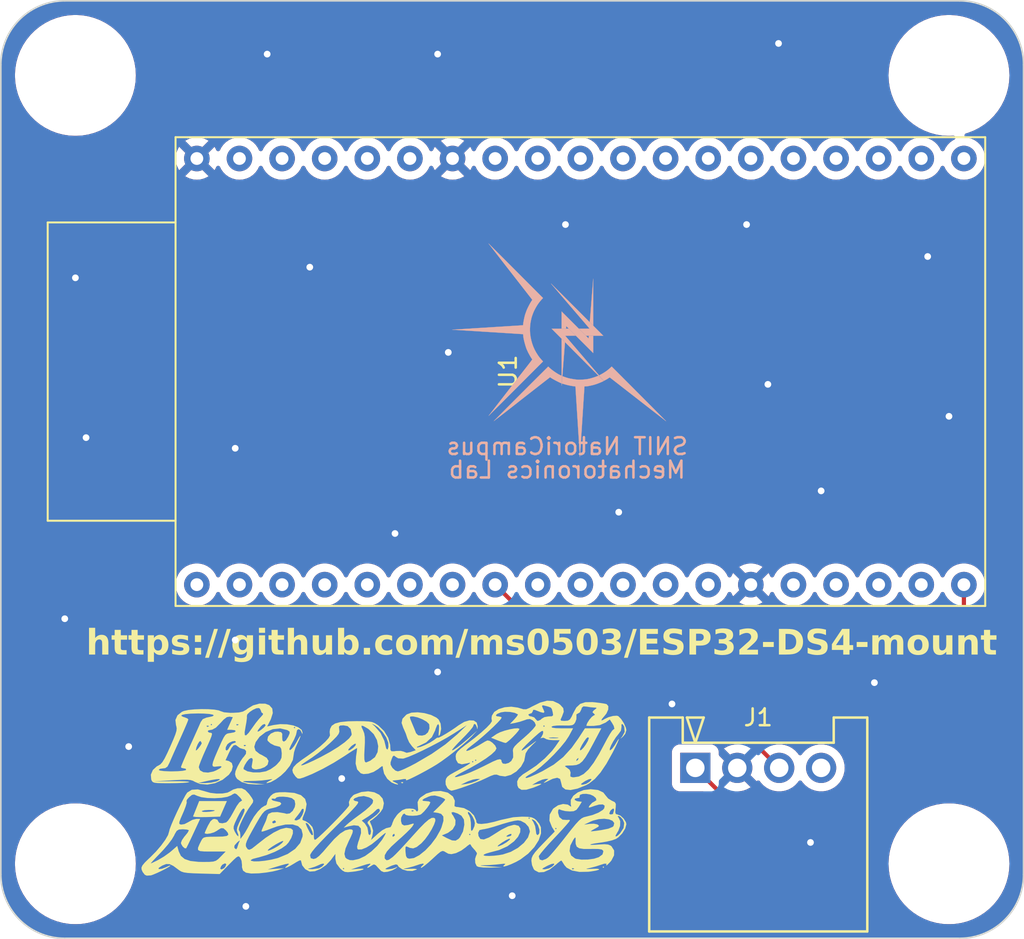
<source format=kicad_pcb>
(kicad_pcb (version 20221018) (generator pcbnew)
  (layers (0 "F.Cu" signal) (31 "B.Cu" signal) (34 "B.Paste" user) (35 "F.Paste" user) (36 "B.SilkS" user "B.Silkscreen") (37 "F.SilkS" user "F.Silkscreen") (38 "B.Mask" user) (39 "F.Mask" user) (44 "Edge.Cuts" user))
  (net 0 "")
  (net 1 "+5V")
  (net 2 "GND")
  (net 3 "Net-(J1-Pin_3)")
  (footprint "mecha_connectors:DF1B-4P-2.5DS_Angle" (layer "F.Cu") (at 160.715 122.555 180)
    (fp_text reference "J1" (at 0 3) (layer "F.SilkS"))
    (fp_text value "UART")
    (pad "1" thru_hole rect (at 3.75 0 180) (size 1.8 1.8) (drill 1.1) (layers "*.Cu" "*.Mask") (net 1 "+5V"))
    (pad "2" thru_hole circle (at 1.25 0 180) (size 1.8 1.8) (drill 1.1) (layers "*.Cu" "*.Mask") (net 2 "GND"))
    (pad "3" thru_hole circle (at -1.25 0 180) (size 1.8 1.8) (drill 1.1) (layers "*.Cu" "*.Mask") (net 3 "Net-(J1-Pin_3)"))
    (pad "4" thru_hole circle (at -3.75 0 180) (size 1.8 1.8) (drill 1.1) (layers "*.Cu" "*.Mask"))
  )
  (footprint "kaibunsho:kaibunsho" (layer "F.Cu") (at 138.43 123.825)
    (fp_text reference "G***" hide)
    (fp_text value "LOGO" hide)
  )
  (footprint "mecha:holeφ3.2" (layer "F.Cu") (at 172.085 128.27 90)
    (fp_text reference " " (at 0 0.5 90) (layer "F.SilkS"))
    (fp_text value "holeφ3.2")
    (pad "" np_thru_hole circle (at 0 0 90) (size 3.2 3.2) (drill 3.2) (layers "*.Cu" "*.Mask") (clearance 2))
  )
  (footprint "mecha:holeφ3.2" (layer "F.Cu") (at 120.015 128.27 90)
    (fp_text reference " " (at 0 0.5 90) (layer "F.SilkS"))
    (fp_text value "holeφ3.2")
    (pad "" np_thru_hole circle (at 0 0 90) (size 3.2 3.2) (drill 3.2) (layers "*.Cu" "*.Mask") (clearance 2))
  )
  (footprint "mecha:holeφ3.2" (layer "F.Cu") (at 120.015 81.28 90)
    (fp_text reference " " (at 0 0.5 90) (layer "F.SilkS"))
    (fp_text value "holeφ3.2")
    (pad "" np_thru_hole circle (at 0 0 90) (size 3.2 3.2) (drill 3.2) (layers "*.Cu" "*.Mask") (clearance 2))
  )
  (footprint "mecha:holeφ3.2" (layer "F.Cu") (at 172.085 81.28 90)
    (fp_text reference " " (at 0 0.5 90) (layer "F.SilkS"))
    (fp_text value "holeφ3.2")
    (pad "" np_thru_hole circle (at 0 0 90) (size 3.2 3.2) (drill 3.2) (layers "*.Cu" "*.Mask") (clearance 2))
  )
  (footprint "local:ESP32-DevKitC-32E" (layer "F.Cu") (at 146.304 98.933 90)
    (fp_text reference "U1" (at 0 -0.5 90 unlocked) (layer "F.SilkS"))
    (fp_text value "ESP32-DevKitC-32E")
    (pad "1" thru_hole circle (at -12.7 -19.05 90) (size 1.524 1.524) (drill 0.762) (layers "*.Cu" "*.Mask"))
    (pad "2" thru_hole circle (at -12.7 -16.51 90) (size 1.524 1.524) (drill 0.762) (layers "*.Cu" "*.Mask"))
    (pad "3" thru_hole circle (at -12.7 -13.97 90) (size 1.524 1.524) (drill 0.762) (layers "*.Cu" "*.Mask"))
    (pad "4" thru_hole circle (at -12.7 -11.43 90) (size 1.524 1.524) (drill 0.762) (layers "*.Cu" "*.Mask"))
    (pad "5" thru_hole circle (at -12.7 -8.89 90) (size 1.524 1.524) (drill 0.762) (layers "*.Cu" "*.Mask"))
    (pad "6" thru_hole circle (at -12.7 -6.35 90) (size 1.524 1.524) (drill 0.762) (layers "*.Cu" "*.Mask"))
    (pad "7" thru_hole circle (at -12.7 -3.81 90) (size 1.524 1.524) (drill 0.762) (layers "*.Cu" "*.Mask"))
    (pad "8" thru_hole circle (at -12.7 -1.27 90) (size 1.524 1.524) (drill 0.762) (layers "*.Cu" "*.Mask") (net 3 "Net-(J1-Pin_3)"))
    (pad "9" thru_hole circle (at -12.7 1.27 90) (size 1.524 1.524) (drill 0.762) (layers "*.Cu" "*.Mask"))
    (pad "10" thru_hole circle (at -12.7 3.81 90) (size 1.524 1.524) (drill 0.762) (layers "*.Cu" "*.Mask"))
    (pad "11" thru_hole circle (at -12.7 6.35 90) (size 1.524 1.524) (drill 0.762) (layers "*.Cu" "*.Mask"))
    (pad "12" thru_hole circle (at -12.7 8.89 90) (size 1.524 1.524) (drill 0.762) (layers "*.Cu" "*.Mask"))
    (pad "13" thru_hole circle (at -12.7 11.43 90) (size 1.524 1.524) (drill 0.762) (layers "*.Cu" "*.Mask"))
    (pad "14" thru_hole circle (at -12.7 13.97 90) (size 1.524 1.524) (drill 0.762) (layers "*.Cu" "*.Mask") (net 2 "GND"))
    (pad "15" thru_hole circle (at -12.7 16.51 90) (size 1.524 1.524) (drill 0.762) (layers "*.Cu" "*.Mask"))
    (pad "16" thru_hole circle (at -12.7 19.05 90) (size 1.524 1.524) (drill 0.762) (layers "*.Cu" "*.Mask"))
    (pad "17" thru_hole circle (at -12.7 21.59 90) (size 1.524 1.524) (drill 0.762) (layers "*.Cu" "*.Mask"))
    (pad "18" thru_hole circle (at -12.7 24.13 90) (size 1.524 1.524) (drill 0.762) (layers "*.Cu" "*.Mask"))
    (pad "19" thru_hole circle (at -12.7 26.67 90) (size 1.524 1.524) (drill 0.762) (layers "*.Cu" "*.Mask") (net 1 "+5V"))
    (pad "20" thru_hole circle (at 12.7 24.13 90) (size 1.524 1.524) (drill 0.762) (layers "*.Cu" "*.Mask"))
    (pad "21" thru_hole circle (at 12.7 21.59 90) (size 1.524 1.524) (drill 0.762) (layers "*.Cu" "*.Mask"))
    (pad "22" thru_hole circle (at 12.7 26.67 90) (size 1.524 1.524) (drill 0.762) (layers "*.Cu" "*.Mask"))
    (pad "23" thru_hole circle (at 12.7 19.05 90) (size 1.524 1.524) (drill 0.762) (layers "*.Cu" "*.Mask"))
    (pad "24" thru_hole circle (at 12.7 16.51 90) (size 1.524 1.524) (drill 0.762) (layers "*.Cu" "*.Mask"))
    (pad "25" thru_hole circle (at 12.7 13.97 90) (size 1.524 1.524) (drill 0.762) (layers "*.Cu" "*.Mask"))
    (pad "26" thru_hole circle (at 12.7 11.43 90) (size 1.524 1.524) (drill 0.762) (layers "*.Cu" "*.Mask"))
    (pad "27" thru_hole circle (at 12.7 8.89 90) (size 1.524 1.524) (drill 0.762) (layers "*.Cu" "*.Mask"))
    (pad "28" thru_hole circle (at 12.7 6.35 90) (size 1.524 1.524) (drill 0.762) (layers "*.Cu" "*.Mask"))
    (pad "29" thru_hole circle (at 12.7 3.81 90) (size 1.524 1.524) (drill 0.762) (layers "*.Cu" "*.Mask"))
    (pad "30" thru_hole circle (at 12.7 1.27 90) (size 1.524 1.524) (drill 0.762) (layers "*.Cu" "*.Mask"))
    (pad "31" thru_hole circle (at 12.7 -1.27 90) (size 1.524 1.524) (drill 0.762) (layers "*.Cu" "*.Mask"))
    (pad "32" thru_hole circle (at 12.7 -3.81 90) (size 1.524 1.524) (drill 0.762) (layers "*.Cu" "*.Mask") (net 2 "GND"))
    (pad "33" thru_hole circle (at 12.7 -6.35 90) (size 1.524 1.524) (drill 0.762) (layers "*.Cu" "*.Mask"))
    (pad "34" thru_hole circle (at 12.7 -8.89 90) (size 1.524 1.524) (drill 0.762) (layers "*.Cu" "*.Mask"))
    (pad "35" thru_hole circle (at 12.7 -11.43 90) (size 1.524 1.524) (drill 0.762) (layers "*.Cu" "*.Mask"))
    (pad "36" thru_hole circle (at 12.7 -13.97 90) (size 1.524 1.524) (drill 0.762) (layers "*.Cu" "*.Mask"))
    (pad "37" thru_hole circle (at 12.7 -16.51 90) (size 1.524 1.524) (drill 0.762) (layers "*.Cu" "*.Mask"))
    (pad "38" thru_hole circle (at 12.7 -19.05 90) (size 1.524 1.524) (drill 0.762) (layers "*.Cu" "*.Mask") (net 2 "GND"))
  )
  (footprint "mecha:LOGO" (layer "B.Cu") (at 149.225 97.79 180)
    (fp_text reference "G***" hide)
    (fp_text value "LOGO" hide)
    (fp_text user "SNIT NatoriCampus" (at -0.1 -5.6) (layer "B.SilkS") (effects (justify mirror)))
    (fp_text user "Mechatoronics Lab" (at -0.1 -7) (layer "B.SilkS") (effects (justify mirror)))
  )
  (gr_line (start 172.72 76.835) (end 119.38 76.835) (stroke (width 0.1)) (layer "Edge.Cuts"))
  (gr_arc (start 172.72 76.835) (mid 175.414077 77.950923) (end 176.53 80.645) (stroke (width 0.1)) (layer "Edge.Cuts"))
  (gr_line (start 119.38 132.715) (end 172.72 132.715) (stroke (width 0.1)) (layer "Edge.Cuts"))
  (gr_line (start 176.53 128.905) (end 176.53 80.645) (stroke (width 0.1)) (layer "Edge.Cuts"))
  (gr_arc (start 119.38 132.715) (mid 116.685923 131.599077) (end 115.57 128.905) (stroke (width 0.1)) (layer "Edge.Cuts"))
  (gr_arc (start 115.57 80.645) (mid 116.685923 77.950923) (end 119.38 76.835) (stroke (width 0.1)) (layer "Edge.Cuts"))
  (gr_arc (start 176.53 128.905) (mid 175.414077 131.599077) (end 172.72 132.715) (stroke (width 0.1)) (layer "Edge.Cuts"))
  (gr_line (start 115.57 80.645) (end 115.57 128.905) (stroke (width 0.1)) (layer "Edge.Cuts"))
  (gr_text "https://github.com/ms0503/ESP32-DS4-mount" (at 120.65 114.3) (layer "F.SilkS") (effects (font (size 1.5 1.5) (thickness 0.2) bold) (justify left top)))
  (segment (start 172.974 121.031) (end 172.974 111.633) (width 0.25) (layer "F.Cu") (net 1))
  (segment (start 156.965 122.555) (end 159.505 125.095) (width 0.25) (layer "F.Cu") (net 1))
  (segment (start 159.505 125.095) (end 168.91 125.095) (width 0.25) (layer "F.Cu") (net 1))
  (segment (start 168.91 125.095) (end 172.974 121.031) (width 0.25) (layer "F.Cu") (net 1))
  (via (at 155.575 118.745) (size 0.8) (drill 0.4) (layers "F.Cu" "B.Cu") (net 2))
  (via (at 163.83 127) (size 0.8) (drill 0.4) (layers "F.Cu" "B.Cu") (net 2))
  (via (at 146.05 130.175) (size 0.8) (drill 0.4) (layers "F.Cu" "B.Cu") (net 2))
  (via (at 170.815 92.075) (size 0.8) (drill 0.4) (layers "F.Cu" "B.Cu") (net 2))
  (via (at 131.445 80.01) (size 0.8) (drill 0.4) (layers "F.Cu" "B.Cu") (net 2))
  (via (at 129.54 103.505) (size 0.8) (drill 0.4) (layers "F.Cu" "B.Cu") (net 2))
  (via (at 141.605 80.01) (size 0.8) (drill 0.4) (layers "F.Cu" "B.Cu") (net 2))
  (via (at 141.605 116.84) (size 0.8) (drill 0.4) (layers "F.Cu" "B.Cu") (net 2))
  (via (at 149.225 90.17) (size 0.8) (drill 0.4) (layers "F.Cu" "B.Cu") (net 2))
  (via (at 139.065 108.585) (size 0.8) (drill 0.4) (layers "F.Cu" "B.Cu") (net 2))
  (via (at 120.015 93.345) (size 0.8) (drill 0.4) (layers "F.Cu" "B.Cu") (net 2))
  (via (at 160.02 90.17) (size 0.8) (drill 0.4) (layers "F.Cu" "B.Cu") (net 2))
  (via (at 135.89 123.19) (size 0.8) (drill 0.4) (layers "F.Cu" "B.Cu") (net 2))
  (via (at 119.38 113.665) (size 0.8) (drill 0.4) (layers "F.Cu" "B.Cu") (net 2))
  (via (at 167.64 117.475) (size 0.8) (drill 0.4) (layers "F.Cu" "B.Cu") (net 2))
  (via (at 142.24 97.79) (size 0.8) (drill 0.4) (layers "F.Cu" "B.Cu") (net 2))
  (via (at 152.4 107.315) (size 0.8) (drill 0.4) (layers "F.Cu" "B.Cu") (net 2))
  (via (at 161.29 99.695) (size 0.8) (drill 0.4) (layers "F.Cu" "B.Cu") (net 2))
  (via (at 164.465 106.045) (size 0.8) (drill 0.4) (layers "F.Cu" "B.Cu") (net 2))
  (via (at 130.175 130.81) (size 0.8) (drill 0.4) (layers "F.Cu" "B.Cu") (net 2))
  (via (at 123.19 121.285) (size 0.8) (drill 0.4) (layers "F.Cu" "B.Cu") (net 2))
  (via (at 129.54 114.935) (size 0.8) (drill 0.4) (layers "F.Cu" "B.Cu") (net 2))
  (via (at 161.925 79.375) (size 0.8) (drill 0.4) (layers "F.Cu" "B.Cu") (net 2))
  (via (at 133.985 92.71) (size 0.8) (drill 0.4) (layers "F.Cu" "B.Cu") (net 2))
  (via (at 172.085 101.6) (size 0.8) (drill 0.4) (layers "F.Cu" "B.Cu") (net 2))
  (via (at 120.65 102.87) (size 0.8) (drill 0.4) (layers "F.Cu" "B.Cu") (net 2))
  (segment (start 149.606 116.205) (end 145.034 111.633) (width 0.25) (layer "F.Cu") (net 3))
  (segment (start 155.615 116.205) (end 149.606 116.205) (width 0.25) (layer "F.Cu") (net 3))
  (segment (start 161.965 122.555) (end 155.615 116.205) (width 0.25) (layer "F.Cu") (net 3))
  (zone (net 2) (net_name "GND") (layer "F.Cu") (connect_pads (clearance 0.5)) (min_thickness 0.25) (fill yes (thermal_gap 0.5) (thermal_bridge_width 0.5))
    (polygon (pts (xy 115.57 76.835) (xy 115.57 132.715) (xy 176.53 132.715) (xy 176.53 76.835)))
  )
  (zone (net 2) (net_name "GND") (layer "B.Cu") (priority 1) (connect_pads (clearance 0.5)) (min_thickness 0.25) (fill yes (thermal_gap 0.5) (thermal_bridge_width 0.5))
    (polygon (pts (xy 115.57 132.715) (xy 115.57 76.835) (xy 176.53 76.835) (xy 176.53 132.715)))
  )
)
</source>
